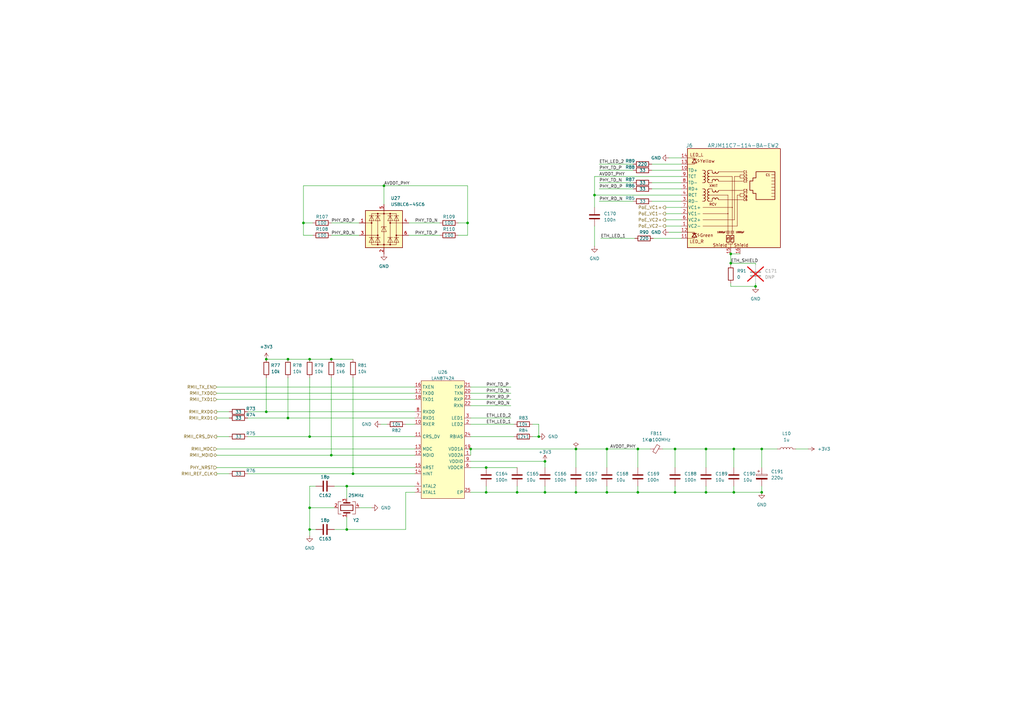
<source format=kicad_sch>
(kicad_sch (version 20230121) (generator eeschema)
  (paper "A3")
  (title_block (title "Kirdy") (date "2022-07-03") (rev "r0.1") (company "M-Labs") (comment 1 "Alex Wong Tat Hang"))
  (lib_symbols
    (symbol "Device:C" (pin_numbers hide) (pin_names (offset 0.254))
      (property "Reference" "C" (at 0.635 2.54 0))
      (property "Value" "C" (at 0.635 -2.54 0))
      (symbol "C_0_1"
        (polyline (pts (xy -2.032 -0.762) (xy 2.032 -0.762)) (stroke (width 0.508)))
        (polyline (pts (xy -2.032 0.762) (xy 2.032 0.762)) (stroke (width 0.508)))
      )
      (symbol "C_1_1"
        (pin passive line (at 0 3.81 270) (length 2.794) (name "~") (number "1"))
        (pin passive line (at 0 -3.81 90) (length 2.794) (name "~") (number "2"))
      )
    )
    (symbol "Device:C_Polarized" (pin_numbers hide) (pin_names (offset 0.254))
      (property "Reference" "C" (at 0.635 2.54 0))
      (property "Value" "C_Polarized" (at 0.635 -2.54 0))
      (symbol "C_Polarized_0_1"
        (rectangle (start -2.286 0.508) (end 2.286 1.016))
        (polyline (pts (xy -1.778 2.286) (xy -0.762 2.286)))
        (polyline (pts (xy -1.27 2.794) (xy -1.27 1.778)))
        (rectangle (start 2.286 -0.508) (end -2.286 -1.016) (fill (type outline)))
      )
      (symbol "C_Polarized_1_1"
        (pin passive line (at 0 3.81 270) (length 2.794) (name "~") (number "1"))
        (pin passive line (at 0 -3.81 90) (length 2.794) (name "~") (number "2"))
      )
    )
    (symbol "Device:Crystal_GND24" (pin_names (offset 1.016) hide)
      (property "Reference" "Y" (at 3.175 5.08 0))
      (property "Value" "Crystal_GND24" (at 3.175 3.175 0))
      (symbol "Crystal_GND24_0_1"
        (rectangle (start -1.143 2.54) (end 1.143 -2.54) (stroke (width 0.3048)))
        (polyline (pts (xy -2.54 0) (xy -2.032 0)))
        (polyline (pts (xy -2.032 -1.27) (xy -2.032 1.27)) (stroke (width 0.508)))
        (polyline (pts (xy 0 -3.81) (xy 0 -3.556)))
        (polyline (pts (xy 0 3.556) (xy 0 3.81)))
        (polyline (pts (xy 2.032 -1.27) (xy 2.032 1.27)) (stroke (width 0.508)))
        (polyline (pts (xy 2.032 0) (xy 2.54 0)))
        (polyline (pts (xy -2.54 -2.286) (xy -2.54 -3.556) (xy 2.54 -3.556) (xy 2.54 -2.286)))
        (polyline (pts (xy -2.54 2.286) (xy -2.54 3.556) (xy 2.54 3.556) (xy 2.54 2.286)))
      )
      (symbol "Crystal_GND24_1_1"
        (pin passive line (at -3.81 0 0) (length 1.27) (name "1") (number "1"))
        (pin passive line (at 0 5.08 270) (length 1.27) (name "2") (number "2"))
        (pin passive line (at 3.81 0 180) (length 1.27) (name "3") (number "3"))
        (pin passive line (at 0 -5.08 90) (length 1.27) (name "4") (number "4"))
      )
    )
    (symbol "Device:FerriteBead_Small" (pin_numbers hide) (pin_names (offset 0))
      (property "Reference" "FB" (at 1.905 1.27 0))
      (property "Value" "FerriteBead_Small" (at 1.905 -1.27 0))
      (symbol "FerriteBead_Small_0_1"
        (polyline (pts (xy 0 -1.27) (xy 0 -0.7874)))
        (polyline (pts (xy 0 0.889) (xy 0 1.2954)))
        (polyline (pts (xy -1.8288 0.2794) (xy -1.1176 1.4986) (xy 1.8288 -0.2032) (xy 1.1176 -1.4224) (xy -1.8288 0.2794)))
      )
      (symbol "FerriteBead_Small_1_1"
        (pin passive line (at 0 2.54 270) (length 1.27) (name "~") (number "1"))
        (pin passive line (at 0 -2.54 90) (length 1.27) (name "~") (number "2"))
      )
    )
    (symbol "Device:L" (pin_numbers hide) (pin_names (offset 1.016) hide)
      (property "Reference" "L" (at -1.27 0 90))
      (property "Value" "L" (at 1.905 0 90))
      (symbol "L_0_1"
        (arc (start 0 -2.54) (mid 0.6323 -1.905) (end 0 -1.27))
        (arc (start 0 -1.27) (mid 0.6323 -0.635) (end 0 0))
        (arc (start 0 0) (mid 0.6323 0.635) (end 0 1.27))
        (arc (start 0 1.27) (mid 0.6323 1.905) (end 0 2.54))
      )
      (symbol "L_1_1"
        (pin passive line (at 0 3.81 270) (length 1.27) (name "1") (number "1"))
        (pin passive line (at 0 -3.81 90) (length 1.27) (name "2") (number "2"))
      )
    )
    (symbol "Device:R" (pin_numbers hide) (pin_names (offset 0))
      (property "Reference" "R" (at 2.032 0 90))
      (property "Value" "R" (at 0 0 90))
      (symbol "R_0_1"
        (rectangle (start -1.016 -2.54) (end 1.016 2.54) (stroke (width 0.254)))
      )
      (symbol "R_1_1"
        (pin passive line (at 0 3.81 270) (length 1.27) (name "~") (number "1"))
        (pin passive line (at 0 -3.81 90) (length 1.27) (name "~") (number "2"))
      )
    )
    (symbol "Power_Protection:USBLC6-4SC6" (pin_names hide)
      (property "Reference" "U" (at 2.54 8.89 0))
      (property "Value" "USBLC6-4SC6" (at 2.54 -8.89 0))
      (symbol "USBLC6-4SC6_0_1"
        (rectangle (start -7.62 -7.62) (end 7.62 7.62) (stroke (width 0.254)) (fill (type background)))
        (circle (center -5.08 2.54) (radius 0.254) (fill (type outline)))
        (circle (center -2.54 -6.35) (radius 0.254) (fill (type outline)))
        (circle (center -2.54 -2.54) (radius 0.254) (fill (type outline)))
        (circle (center -2.54 6.35) (radius 0.254) (fill (type outline)))
        (rectangle (start -2.54 6.35) (end 2.54 -6.35))
        (circle (center 0 -6.35) (radius 0.254) (fill (type outline)))
        (polyline (pts (xy -5.08 2.54) (xy -7.62 2.54)))
        (polyline (pts (xy -4.064 -3.429) (xy -6.096 -3.429)))
        (polyline (pts (xy -4.064 5.461) (xy -6.096 5.461)))
        (polyline (pts (xy -2.54 -2.54) (xy -7.62 -2.54)))
        (polyline (pts (xy -1.524 -3.429) (xy -3.556 -3.429)))
        (polyline (pts (xy -1.524 5.461) (xy -3.556 5.461)))
        (polyline (pts (xy 0 -7.62) (xy 0 -6.35)))
        (polyline (pts (xy 0 -6.35) (xy 0 1.27)))
        (polyline (pts (xy 0 1.27) (xy 0 6.35)))
        (polyline (pts (xy 0 6.35) (xy 0 7.62)))
        (polyline (pts (xy 1.524 -3.429) (xy 3.556 -3.429)))
        (polyline (pts (xy 1.524 5.461) (xy 3.556 5.461)))
        (polyline (pts (xy 2.54 2.54) (xy 7.62 2.54)))
        (polyline (pts (xy 4.064 -3.429) (xy 6.096 -3.429)))
        (polyline (pts (xy 4.064 5.461) (xy 6.096 5.461)))
        (polyline (pts (xy 5.08 -2.54) (xy 7.62 -2.54)))
        (polyline (pts (xy -6.096 -5.461) (xy -4.064 -5.461) (xy -5.08 -3.429) (xy -6.096 -5.461)))
        (polyline (pts (xy -6.096 3.429) (xy -4.064 3.429) (xy -5.08 5.461) (xy -6.096 3.429)))
        (polyline (pts (xy -3.556 -5.461) (xy -1.524 -5.461) (xy -2.54 -3.429) (xy -3.556 -5.461)))
        (polyline (pts (xy -3.556 3.429) (xy -1.524 3.429) (xy -2.54 5.461) (xy -3.556 3.429)))
        (polyline (pts (xy -2.54 6.35) (xy -5.08 6.35) (xy -5.08 -6.35) (xy -2.54 -6.35)))
        (polyline (pts (xy -1.016 -1.016) (xy 1.016 -1.016) (xy 0 1.016) (xy -1.016 -1.016)))
        (polyline (pts (xy 1.016 1.016) (xy 0.762 1.016) (xy -1.016 1.016) (xy -1.016 0.508)))
        (polyline (pts (xy 2.54 6.35) (xy 5.08 6.35) (xy 5.08 -6.35) (xy 2.54 -6.35)))
        (polyline (pts (xy 3.556 -5.461) (xy 1.524 -5.461) (xy 2.54 -3.429) (xy 3.556 -5.461)))
        (polyline (pts (xy 3.556 3.429) (xy 1.524 3.429) (xy 2.54 5.461) (xy 3.556 3.429)))
        (polyline (pts (xy 6.096 -5.461) (xy 4.064 -5.461) (xy 5.08 -3.429) (xy 6.096 -5.461)))
        (polyline (pts (xy 6.096 3.429) (xy 4.064 3.429) (xy 5.08 5.461) (xy 6.096 3.429)))
        (circle (center 0 6.35) (radius 0.254) (fill (type outline)))
        (circle (center 2.54 -6.35) (radius 0.254) (fill (type outline)))
        (circle (center 2.54 2.54) (radius 0.254) (fill (type outline)))
        (circle (center 2.54 6.35) (radius 0.254) (fill (type outline)))
        (circle (center 5.08 -2.54) (radius 0.254) (fill (type outline)))
      )
      (symbol "USBLC6-4SC6_1_1"
        (pin passive line (at -10.16 2.54 0) (length 2.54) (name "I/O1") (number "1"))
        (pin passive line (at 0 -10.16 90) (length 2.54) (name "GND") (number "2"))
        (pin passive line (at -10.16 -2.54 0) (length 2.54) (name "I/O2") (number "3"))
        (pin passive line (at 10.16 2.54 180) (length 2.54) (name "I/O3") (number "4"))
        (pin passive line (at 0 10.16 270) (length 2.54) (name "VBUS") (number "5"))
        (pin passive line (at 10.16 -2.54 180) (length 2.54) (name "I/O4") (number "6"))
      )
    )
    (symbol "kirdy:LAN8742A"
      (property "Reference" "U" (at 0 -30.48 0))
      (property "Value" "LAN8742A" (at 0 -27.94 0))
      (symbol "LAN8742A_0_0"
        (pin power_in line (at 10.16 -7.62 180) (length 2.54) (name "VDD2A") (number "1"))
        (pin bidirectional line (at -12.7 5.08 0) (length 2.54) (name "RXER") (number "10"))
        (pin output line (at -12.7 0 0) (length 2.54) (name "CRS_DV") (number "11"))
        (pin bidirectional line (at -12.7 -7.62 0) (length 2.54) (name "MDIO") (number "12"))
        (pin input line (at -12.7 -5.08 0) (length 2.54) (name "MDC") (number "13"))
        (pin output line (at -12.7 -15.24 0) (length 2.54) (name "nINT") (number "14"))
        (pin input line (at -12.7 -12.7 0) (length 2.54) (name "nRST") (number "15"))
        (pin input line (at -12.7 20.32 0) (length 2.54) (name "TXEN") (number "16"))
        (pin input line (at -12.7 17.78 0) (length 2.54) (name "TXD0") (number "17"))
        (pin input line (at -12.7 15.24 0) (length 2.54) (name "TXD1") (number "18"))
        (pin power_in line (at 10.16 -5.08 180) (length 2.54) (name "VDD1A") (number "19"))
        (pin output line (at 10.16 5.08 180) (length 2.54) (name "LED2") (number "2"))
        (pin bidirectional line (at 10.16 17.78 180) (length 2.54) (name "TXN") (number "20"))
        (pin bidirectional line (at 10.16 20.32 180) (length 2.54) (name "TXP") (number "21"))
        (pin bidirectional line (at 10.16 12.7 180) (length 2.54) (name "RXN") (number "22"))
        (pin bidirectional line (at 10.16 15.24 180) (length 2.54) (name "RXP") (number "23"))
        (pin passive line (at 10.16 0 180) (length 2.54) (name "RBIAS") (number "24"))
        (pin power_in line (at 10.16 -22.86 180) (length 2.54) (name "EP") (number "25"))
        (pin output line (at 10.16 7.62 180) (length 2.54) (name "LED1") (number "3"))
        (pin input line (at -12.7 -20.32 0) (length 2.54) (name "XTAL2") (number "4"))
        (pin input line (at -12.7 -22.86 0) (length 2.54) (name "XTAL1") (number "5"))
        (pin passive line (at 10.16 -12.7 180) (length 2.54) (name "VDDCR") (number "6"))
        (pin output line (at -12.7 7.62 0) (length 2.54) (name "RXD1") (number "7"))
        (pin output line (at -12.7 10.16 0) (length 2.54) (name "RXD0") (number "8"))
        (pin power_in line (at 10.16 -10.16 180) (length 2.54) (name "VDDIO") (number "9"))
      )
      (symbol "LAN8742A_0_1"
        (rectangle (start -10.16 22.86) (end 7.62 -25.4) (fill (type background)))
      )
    )
    (symbol "kirdy:RJ45_ARJM11C7-114-BA-EW2" (pin_names (offset 0.254))
      (property "Reference" "J" (at 1.27 1.27 0))
      (property "Value" "ARJM11C7-114-BA-EW2" (at 24.13 1.27 0))
      (symbol "RJ45_ARJM11C7-114-BA-EW2_0_0"
        (polyline (pts (xy 17.272 -34.544) (xy 16.002 -34.544)) (stroke (width 0.254)))
        (polyline (pts (xy 17.272 -33.909) (xy 16.002 -33.909)) (stroke (width 0.254)))
        (polyline (pts (xy 19.05 -34.544) (xy 17.78 -34.544)) (stroke (width 0.254)))
        (polyline (pts (xy 19.05 -33.909) (xy 17.78 -33.909)) (stroke (width 0.254)))
        (polyline (pts (xy 0 -36.83) (xy 2.921 -36.83) (xy 2.921 -36.322)))
        (polyline (pts (xy 0 -6.35) (xy 2.921 -6.35) (xy 2.921 -5.842)))
        (polyline (pts (xy 2.921 -34.925) (xy 2.921 -34.29) (xy 0 -34.29)))
        (polyline (pts (xy 2.921 -4.445) (xy 2.921 -3.81) (xy 0 -3.81)))
        (polyline (pts (xy 16.637 -38.481) (xy 16.637 -39.116) (xy 18.542 -39.116) (xy 18.542 -38.481)))
        (text "C1" (at 23.749 -9.525 0) (effects (font (size 0.889 0.889))))
        (text "C1" (at 33.02 -10.795 0) (effects (font (size 0.889 0.889))))
        (text "C2" (at 23.749 -13.335 0) (effects (font (size 0.889 0.889))))
        (text "C3" (at 23.749 -17.145 0) (effects (font (size 0.889 0.889))))
        (text "C4" (at 23.749 -10.795 0) (effects (font (size 0.889 0.889))))
        (text "C5" (at 23.749 -12.065 0) (effects (font (size 0.889 0.889))))
        (text "C6" (at 23.749 -20.955 0) (effects (font (size 0.889 0.889))))
        (text "C7" (at 23.749 -18.415 0) (effects (font (size 0.889 0.889))))
        (text "C8" (at 23.749 -19.685 0) (effects (font (size 0.889 0.889))))
        (text "RCV" (at 8.89 -22.86 0) (effects (font (size 1.016 1.016)) (justify left)))
        (text "XMIT" (at 8.89 -15.24 0) (effects (font (size 1.016 1.016)) (justify left)))
      )
      (symbol "RJ45_ARJM11C7-114-BA-EW2_0_1"
        (polyline (pts (xy 6.35 -31.75) (xy 20.447 -31.75)))
        (polyline (pts (xy 6.35 -29.21) (xy 19.304 -29.21)))
        (polyline (pts (xy 6.35 -26.67) (xy 16.637 -26.67)))
        (polyline (pts (xy 6.35 -24.13) (xy 18.415 -24.13)))
        (polyline (pts (xy 6.7337 -21.59) (xy 6.0987 -21.59)))
        (polyline (pts (xy 6.7337 -19.05) (xy 6.0987 -19.05)))
        (polyline (pts (xy 6.7337 -16.51) (xy 6.0987 -16.51)))
        (polyline (pts (xy 6.7337 -13.97) (xy 6.0987 -13.97)))
        (polyline (pts (xy 6.7337 -11.43) (xy 6.0987 -11.43)))
        (polyline (pts (xy 6.7337 -8.89) (xy 6.0987 -8.89)))
        (polyline (pts (xy 12.7 -20.955) (xy 22.733 -20.955)))
        (polyline (pts (xy 12.7 -13.335) (xy 22.733 -13.335)))
        (polyline (pts (xy 12.7 -9.525) (xy 22.733 -9.525)))
        (polyline (pts (xy 12.827 -17.145) (xy 22.733 -17.145)))
        (polyline (pts (xy 16.637 -35.433) (xy 16.637 -34.671)))
        (polyline (pts (xy 16.637 -33.909) (xy 16.637 -19.05)))
        (polyline (pts (xy 16.637 -19.05) (xy 8.89 -19.05)))
        (polyline (pts (xy 18.415 -35.433) (xy 18.415 -34.671)))
        (polyline (pts (xy 18.415 -33.909) (xy 18.415 -11.43)))
        (polyline (pts (xy 18.415 -24.13) (xy 18.415 -24.13)))
        (polyline (pts (xy 18.415 -11.43) (xy 8.89 -11.43)))
        (polyline (pts (xy 19.304 -11.43) (xy 19.304 -29.21)))
        (polyline (pts (xy 20.447 -19.05) (xy 20.447 -31.75)))
        (polyline (pts (xy 21.59 -19.685) (xy 21.59 -18.415)))
        (polyline (pts (xy 21.59 -19.05) (xy 20.447 -19.05)))
        (polyline (pts (xy 21.59 -12.065) (xy 21.59 -10.795)))
        (polyline (pts (xy 21.59 -11.43) (xy 19.304 -11.43)))
        (polyline (pts (xy 22.733 -19.685) (xy 21.59 -19.685)))
        (polyline (pts (xy 22.733 -18.415) (xy 21.59 -18.415)))
        (polyline (pts (xy 22.733 -12.065) (xy 21.59 -12.065)))
        (polyline (pts (xy 22.733 -10.795) (xy 21.59 -10.795)))
        (polyline (pts (xy 34.4805 -19.6215) (xy 35.7505 -19.6215)))
        (polyline (pts (xy 34.4805 -18.3515) (xy 35.7505 -18.3515)))
        (polyline (pts (xy 34.4805 -10.7315) (xy 35.7505 -10.7315)))
        (polyline (pts (xy 35.7505 -17.0815) (xy 34.4805 -17.0815)))
        (polyline (pts (xy 35.7505 -15.8115) (xy 34.4805 -15.8115)))
        (polyline (pts (xy 35.7505 -14.5415) (xy 34.4805 -14.5415)))
        (polyline (pts (xy 35.7505 -13.2715) (xy 34.4805 -13.2715)))
        (polyline (pts (xy 35.7505 -12.0015) (xy 34.4805 -12.0015)))
        (polyline (pts (xy 8.89 -16.51) (xy 10.16 -16.51) (xy 10.16 -17.145)))
        (polyline (pts (xy 8.89 -8.89) (xy 10.16 -8.89) (xy 10.16 -9.525)))
        (polyline (pts (xy 10.16 -20.955) (xy 10.16 -21.59) (xy 8.89 -21.59)))
        (polyline (pts (xy 10.16 -13.335) (xy 10.16 -13.97) (xy 8.89 -13.97)))
        (rectangle (start 0 0) (end 38.1 -40.64) (stroke (width 0.254)) (fill (type background)))
        (circle (center 16.637 -26.67) (radius 0.127))
        (circle (center 18.415 -24.13) (radius 0.127))
      )
      (symbol "RJ45_ARJM11C7-114-BA-EW2_1_0"
        (text "1000pF" (at 13.97 -34.29 0) (effects (font (size 0.635 0.635))))
        (text "1000pF" (at 21.59 -34.29 0) (effects (font (size 0.635 0.635))))
      )
      (symbol "RJ45_ARJM11C7-114-BA-EW2_1_1"
        (polyline (pts (xy 3.6576 -34.798) (xy 2.1336 -34.798)) (stroke (width 0.254)))
        (polyline (pts (xy 3.683 -34.798) (xy 2.159 -34.798)) (stroke (width 0.254)))
        (polyline (pts (xy 3.683 -4.318) (xy 2.159 -4.318)) (stroke (width 0.254)))
        (polyline (pts (xy 4.5466 -34.925) (xy 4.5466 -35.179)))
        (polyline (pts (xy 4.572 -4.445) (xy 4.572 -4.699)))
        (polyline (pts (xy 4.8006 -35.56) (xy 4.8006 -35.814)))
        (polyline (pts (xy 4.826 -5.08) (xy 4.826 -5.334)))
        (polyline (pts (xy 17.8054 -40.64) (xy 17.8054 -39.116)))
        (polyline (pts (xy 4.0386 -35.433) (xy 4.5466 -34.925) (xy 4.2926 -34.925)))
        (polyline (pts (xy 4.064 -4.953) (xy 4.572 -4.445) (xy 4.318 -4.445)))
        (polyline (pts (xy 4.2926 -36.068) (xy 4.8006 -35.56) (xy 4.5466 -35.56)))
        (polyline (pts (xy 4.318 -5.588) (xy 4.826 -5.08) (xy 4.572 -5.08)))
        (polyline (pts (xy 3.7846 -36.322) (xy 1.8796 -36.322) (xy 2.8956 -34.798) (xy 3.7846 -36.322)) (stroke (width 0.254)))
        (polyline (pts (xy 3.81 -36.322) (xy 1.905 -36.322) (xy 2.921 -34.798) (xy 3.81 -36.322)) (stroke (width 0.254)))
        (polyline (pts (xy 3.81 -5.842) (xy 1.905 -5.842) (xy 2.921 -4.318) (xy 3.81 -5.842)) (stroke (width 0.254)))
        (polyline (pts (xy 35.8775 -9.4615) (xy 35.8775 -20.8915) (xy 28.1305 -20.8915) (xy 28.1305 -18.3515) (xy 26.8605 -18.3515) (xy 26.8605 -17.0815) (xy 25.5905 -17.0815) (xy 25.5905 -13.2715) (xy 26.8605 -13.2715) (xy 26.8605 -12.0015) (xy 28.1305 -12.0015) (xy 28.1305 -9.4615) (xy 35.8775 -9.4615)) (stroke (width 0.254)))
        (arc (start 6.7337 -17.78) (mid 7.366 -17.145) (end 6.7337 -16.51) (stroke (width 0.254)))
        (arc (start 6.7364 -21.59) (mid 7.3687 -20.955) (end 6.7364 -20.32) (stroke (width 0.254)))
        (arc (start 6.7364 -20.32) (mid 7.3687 -19.685) (end 6.7364 -19.05) (stroke (width 0.254)))
        (arc (start 6.7364 -19.05) (mid 7.3687 -18.415) (end 6.7364 -17.78) (stroke (width 0.254)))
        (arc (start 6.7364 -10.16) (mid 7.3687 -9.525) (end 6.7364 -8.89) (stroke (width 0.254)))
        (arc (start 6.7391 -13.97) (mid 7.3714 -13.335) (end 6.7391 -12.7) (stroke (width 0.254)))
        (arc (start 6.7391 -12.7) (mid 7.3714 -12.065) (end 6.7391 -11.43) (stroke (width 0.254)))
        (arc (start 6.7391 -11.43) (mid 7.3714 -10.795) (end 6.7391 -10.16) (stroke (width 0.254)))
        (arc (start 8.8846 -19.05) (mid 8.2523 -19.685) (end 8.8846 -20.32) (stroke (width 0.254)))
        (arc (start 8.8846 -17.78) (mid 8.2523 -18.415) (end 8.8846 -19.05) (stroke (width 0.254)))
        (arc (start 8.8846 -16.51) (mid 8.2523 -17.145) (end 8.8846 -17.78) (stroke (width 0.254)))
        (arc (start 8.8846 -11.43) (mid 8.2523 -12.065) (end 8.8846 -12.7) (stroke (width 0.254)))
        (arc (start 8.8846 -10.16) (mid 8.2523 -10.795) (end 8.8846 -11.43) (stroke (width 0.254)))
        (arc (start 8.8846 -8.89) (mid 8.2523 -9.525) (end 8.8846 -10.16) (stroke (width 0.254)))
        (arc (start 8.8873 -20.32) (mid 8.255 -20.955) (end 8.8873 -21.59) (stroke (width 0.254)))
        (arc (start 8.8873 -12.7) (mid 8.255 -13.335) (end 8.8873 -13.97) (stroke (width 0.254)))
        (arc (start 10.16 -9.5277) (mid 10.795 -10.16) (end 11.43 -9.5277) (stroke (width 0.254)))
        (arc (start 10.2235 -17.2112) (mid 10.8585 -17.8435) (end 11.4935 -17.2112) (stroke (width 0.254)))
        (arc (start 11.43 -20.8253) (mid 10.795 -20.193) (end 10.16 -20.8253) (stroke (width 0.254)))
        (arc (start 11.43 -13.2053) (mid 10.795 -12.573) (end 10.16 -13.2053) (stroke (width 0.254)))
        (arc (start 11.43 -9.525) (mid 12.065 -10.1573) (end 12.7 -9.525) (stroke (width 0.254)))
        (arc (start 11.4935 -17.2085) (mid 12.1285 -17.8408) (end 12.7635 -17.2085) (stroke (width 0.254)))
        (arc (start 12.7 -20.8226) (mid 12.065 -20.1903) (end 11.43 -20.8226) (stroke (width 0.254)))
        (arc (start 12.7 -13.2026) (mid 12.065 -12.5703) (end 11.43 -13.2026) (stroke (width 0.254)))
        (rectangle (start 16.002 -38.354) (end 17.272 -35.56) (stroke (width 0.254)))
        (rectangle (start 17.78 -38.354) (end 19.05 -35.56) (stroke (width 0.254)))
        (text "75" (at 16.637 -36.957 900) (effects (font (size 0.635 0.635))))
        (text "75" (at 18.415 -36.957 900) (effects (font (size 0.635 0.635))))
        (text "Green" (at 5.08 -35.56 0) (effects (font (size 1.27 1.27)) (justify left)))
        (text "LED_L" (at 3.81 -2.54 0) (effects (font (size 1.27 1.27))))
        (text "LED_R" (at 3.81 -38.1 0) (effects (font (size 1.27 1.27))))
        (text "Shield" (at 13.3858 -39.5986 0) (effects (font (size 1.27 1.27))))
        (text "Shield" (at 22.0218 -39.5986 0) (effects (font (size 1.27 1.27))))
        (text "Yellow" (at 5.08 -5.08 0) (effects (font (size 1.27 1.27)) (justify left)))
        (pin power_in line (at -2.54 -31.75 0) (length 2.54) (name "VC2-") (number "1"))
        (pin passive line (at -2.54 -8.89 0) (length 2.54) (name "TD+") (number "10"))
        (pin passive line (at -2.54 -36.83 0) (length 2.54) (name "") (number "11"))
        (pin passive line (at -2.54 -34.29 0) (length 2.54) (name "") (number "12"))
        (pin passive line (at -2.54 -6.35 0) (length 2.54) (name "") (number "13"))
        (pin passive line (at -2.54 -3.81 0) (length 2.54) (name "") (number "14"))
        (pin passive line (at 17.78 -43.18 90) (length 2.54) (name "") (number "15"))
        (pin passive line (at 21.59 -43.18 90) (length 2.54) (name "") (number "16"))
        (pin power_in line (at -2.54 -26.67 0) (length 2.54) (name "VC1-") (number "2"))
        (pin passive line (at -2.54 -21.59 0) (length 2.54) (name "RD-") (number "3"))
        (pin passive line (at -2.54 -19.05 0) (length 2.54) (name "RCT") (number "4"))
        (pin passive line (at -2.54 -16.51 0) (length 2.54) (name "RD+") (number "5"))
        (pin power_in line (at -2.54 -29.21 0) (length 2.54) (name "VC2+") (number "6"))
        (pin power_in line (at -2.54 -24.13 0) (length 2.54) (name "VC1+") (number "7"))
        (pin no_connect line (at 22.86 -13.97 180) (length 0) hide (name "NC") (number "8"))
        (pin passive line (at -2.54 -13.97 0) (length 2.54) (name "TD-") (number "8"))
        (pin passive line (at -2.54 -11.43 0) (length 2.54) (name "TCT") (number "9"))
      )
    )
    (symbol "power:+3V3" (power) (pin_names (offset 0))
      (property "Value" "+3V3" (at 0 3.556 0))
      (symbol "+3V3_0_1"
        (polyline (pts (xy -0.762 1.27) (xy 0 2.54)))
        (polyline (pts (xy 0 0) (xy 0 2.54)))
        (polyline (pts (xy 0 2.54) (xy 0.762 1.27)))
      )
      (symbol "+3V3_1_1"
        (pin power_in line (at 0 0 90) (length 0) hide (name "+3V3") (number "1"))
      )
    )
    (symbol "power:GND" (power) (pin_names (offset 0))
      (property "Value" "GND" (at 0 -3.81 0))
      (symbol "GND_0_1"
        (polyline (pts (xy 0 0) (xy 0 -1.27) (xy 1.27 -1.27) (xy 0 -2.54) (xy -1.27 -1.27) (xy 0 -1.27)))
      )
      (symbol "GND_1_1"
        (pin power_in line (at 0 0 270) (length 0) hide (name "GND") (number "1"))
      )
    )
    (symbol "power:PWR_FLAG" (power) (pin_numbers hide) (pin_names (offset 0) hide)
      (property "Value" "PWR_FLAG" (at 0 3.81 0))
      (symbol "PWR_FLAG_0_0"
        (pin power_out line (at 0 0 90) (length 0) (name "pwr") (number "1"))
      )
      (symbol "PWR_FLAG_0_1"
        (polyline (pts (xy 0 0) (xy 0 1.27) (xy -1.016 1.905) (xy 0 2.54) (xy 1.016 1.905) (xy 0 1.27)))
      )
    )
  )
  (junction (at 312.42 184.15))
  (junction (at 223.52 201.93))
  (junction (at 127 217.17))
  (junction (at 157.48 76.2))
  (junction (at 109.22 168.91))
  (junction (at 300.99 201.93))
  (junction (at 135.89 147.32))
  (junction (at 191.77 91.44))
  (junction (at 300.99 184.15))
  (junction (at 236.22 184.15))
  (junction (at 135.89 186.69))
  (junction (at 212.09 201.93))
  (junction (at 248.92 184.15))
  (junction (at 127 147.32))
  (junction (at 109.22 147.32))
  (junction (at 289.56 184.15))
  (junction (at 118.11 171.45))
  (junction (at 144.78 194.31))
  (junction (at 312.42 201.93))
  (junction (at 220.98 179.07))
  (junction (at 309.88 117.475))
  (junction (at 236.22 201.93))
  (junction (at 276.86 201.93))
  (junction (at 199.39 201.93))
  (junction (at 127 208.28))
  (junction (at 261.62 201.93))
  (junction (at 142.24 217.17))
  (junction (at 199.39 191.77))
  (junction (at 299.72 107.95))
  (junction (at 276.86 184.15))
  (junction (at 243.84 80.01))
  (junction (at 127 179.07))
  (junction (at 261.62 184.15))
  (junction (at 248.92 201.93))
  (junction (at 223.52 189.23))
  (junction (at 124.46 91.44))
  (junction (at 118.11 147.32))
  (junction (at 142.24 199.39))
  (junction (at 193.04 184.15))
  (junction (at 289.56 201.93))
  (junction (at 299.72 104.14))
  (wire (pts (xy 127 147.32) (xy 135.89 147.32)))
  (wire (pts (xy 289.56 184.15) (xy 300.99 184.15)))
  (wire (pts (xy 273.05 92.71) (xy 279.4 92.71)))
  (wire (pts (xy 276.86 184.15) (xy 289.56 184.15)))
  (wire (pts (xy 88.9 186.69) (xy 135.89 186.69)))
  (wire (pts (xy 212.09 199.39) (xy 212.09 201.93)))
  (wire (pts (xy 273.05 90.17) (xy 279.4 90.17)))
  (wire (pts (xy 246.38 97.79) (xy 260.35 97.79)))
  (wire (pts (xy 191.77 91.44) (xy 187.96 91.44)))
  (wire (pts (xy 124.46 76.2) (xy 157.48 76.2)))
  (wire (pts (xy 236.22 199.39) (xy 236.22 201.93)))
  (wire (pts (xy 245.745 77.47) (xy 259.715 77.47)))
  (wire (pts (xy 193.04 179.07) (xy 210.82 179.07)))
  (wire (pts (xy 220.98 173.99) (xy 220.98 179.07)))
  (wire (pts (xy 191.77 91.44) (xy 191.77 76.2)))
  (wire (pts (xy 193.04 166.37) (xy 209.55 166.37)))
  (wire (pts (xy 88.9 168.91) (xy 93.98 168.91)))
  (wire (pts (xy 191.77 96.52) (xy 187.96 96.52)))
  (wire (pts (xy 236.22 201.93) (xy 248.92 201.93)))
  (wire (pts (xy 245.745 69.85) (xy 259.715 69.85)))
  (wire (pts (xy 109.22 154.94) (xy 109.22 168.91)))
  (wire (pts (xy 88.9 171.45) (xy 93.98 171.45)))
  (wire (pts (xy 243.84 72.39) (xy 243.84 80.01)))
  (wire (pts (xy 245.745 82.55) (xy 259.715 82.55)))
  (wire (pts (xy 135.89 96.52) (xy 147.32 96.52)))
  (wire (pts (xy 127 154.94) (xy 127 179.07)))
  (wire (pts (xy 300.99 199.39) (xy 300.99 201.93)))
  (wire (pts (xy 326.39 184.15) (xy 331.47 184.15)))
  (wire (pts (xy 289.56 201.93) (xy 276.86 201.93)))
  (wire (pts (xy 127 208.28) (xy 137.16 208.28)))
  (wire (pts (xy 166.37 201.93) (xy 170.18 201.93)))
  (wire (pts (xy 273.05 85.09) (xy 279.4 85.09)))
  (wire (pts (xy 309.88 116.205) (xy 309.88 117.475)))
  (wire (pts (xy 137.16 217.17) (xy 142.24 217.17)))
  (wire (pts (xy 312.42 199.39) (xy 312.42 201.93)))
  (wire (pts (xy 267.97 97.79) (xy 279.4 97.79)))
  (wire (pts (xy 127 208.28) (xy 127 199.39)))
  (wire (pts (xy 312.42 184.15) (xy 312.42 191.77)))
  (wire (pts (xy 135.89 91.44) (xy 147.32 91.44)))
  (wire (pts (xy 199.39 191.77) (xy 212.09 191.77)))
  (wire (pts (xy 142.24 199.39) (xy 170.18 199.39)))
  (wire (pts (xy 144.78 194.31) (xy 170.18 194.31)))
  (wire (pts (xy 193.04 184.15) (xy 193.04 186.69)))
  (wire (pts (xy 147.32 208.28) (xy 152.4 208.28)))
  (wire (pts (xy 261.62 184.15) (xy 261.62 191.77)))
  (wire (pts (xy 199.39 201.93) (xy 212.09 201.93)))
  (wire (pts (xy 289.56 199.39) (xy 289.56 201.93)))
  (wire (pts (xy 223.52 201.93) (xy 236.22 201.93)))
  (wire (pts (xy 267.335 67.31) (xy 279.4 67.31)))
  (wire (pts (xy 118.11 171.45) (xy 170.18 171.45)))
  (wire (pts (xy 248.92 199.39) (xy 248.92 201.93)))
  (wire (pts (xy 88.9 194.31) (xy 93.98 194.31)))
  (wire (pts (xy 101.6 179.07) (xy 127 179.07)))
  (wire (pts (xy 218.44 179.07) (xy 220.98 179.07)))
  (wire (pts (xy 127 219.71) (xy 127 217.17)))
  (wire (pts (xy 261.62 201.93) (xy 261.62 199.39)))
  (wire (pts (xy 193.04 158.75) (xy 209.55 158.75)))
  (wire (pts (xy 261.62 184.15) (xy 266.7 184.15)))
  (wire (pts (xy 88.9 184.15) (xy 170.18 184.15)))
  (wire (pts (xy 223.52 199.39) (xy 223.52 201.93)))
  (wire (pts (xy 248.92 184.15) (xy 261.62 184.15)))
  (wire (pts (xy 193.04 184.15) (xy 236.22 184.15)))
  (wire (pts (xy 274.32 64.77) (xy 279.4 64.77)))
  (wire (pts (xy 144.78 154.94) (xy 144.78 194.31)))
  (wire (pts (xy 88.9 179.07) (xy 93.98 179.07)))
  (wire (pts (xy 193.04 191.77) (xy 199.39 191.77)))
  (wire (pts (xy 88.9 191.77) (xy 170.18 191.77)))
  (wire (pts (xy 157.48 76.2) (xy 191.77 76.2)))
  (wire (pts (xy 276.86 184.15) (xy 276.86 191.77)))
  (wire (pts (xy 88.9 158.75) (xy 170.18 158.75)))
  (wire (pts (xy 193.04 201.93) (xy 199.39 201.93)))
  (wire (pts (xy 166.37 173.99) (xy 170.18 173.99)))
  (wire (pts (xy 193.04 173.99) (xy 210.82 173.99)))
  (wire (pts (xy 127 217.17) (xy 129.54 217.17)))
  (wire (pts (xy 218.44 173.99) (xy 220.98 173.99)))
  (wire (pts (xy 289.56 184.15) (xy 289.56 191.77)))
  (wire (pts (xy 309.88 107.95) (xy 309.88 108.585)))
  (wire (pts (xy 167.64 91.44) (xy 180.34 91.44)))
  (wire (pts (xy 299.72 107.95) (xy 309.88 107.95)))
  (wire (pts (xy 274.32 95.25) (xy 279.4 95.25)))
  (wire (pts (xy 312.42 201.93) (xy 300.99 201.93)))
  (wire (pts (xy 243.84 100.965) (xy 243.84 92.71)))
  (wire (pts (xy 118.11 147.32) (xy 127 147.32)))
  (wire (pts (xy 167.64 96.52) (xy 180.34 96.52)))
  (wire (pts (xy 243.84 80.01) (xy 279.4 80.01)))
  (wire (pts (xy 127 199.39) (xy 129.54 199.39)))
  (wire (pts (xy 267.335 74.93) (xy 279.4 74.93)))
  (wire (pts (xy 124.46 91.44) (xy 124.46 96.52)))
  (wire (pts (xy 299.72 104.14) (xy 299.72 107.95)))
  (wire (pts (xy 109.22 168.91) (xy 170.18 168.91)))
  (wire (pts (xy 142.24 217.17) (xy 166.37 217.17)))
  (wire (pts (xy 299.72 104.14) (xy 303.53 104.14)))
  (wire (pts (xy 299.72 117.475) (xy 309.88 117.475)))
  (wire (pts (xy 191.77 91.44) (xy 191.77 96.52)))
  (wire (pts (xy 118.11 154.94) (xy 118.11 171.45)))
  (wire (pts (xy 300.99 201.93) (xy 289.56 201.93)))
  (wire (pts (xy 124.46 91.44) (xy 124.46 76.2)))
  (wire (pts (xy 273.05 87.63) (xy 279.4 87.63)))
  (wire (pts (xy 267.335 69.85) (xy 279.4 69.85)))
  (wire (pts (xy 276.86 199.39) (xy 276.86 201.93)))
  (wire (pts (xy 127 217.17) (xy 127 208.28)))
  (wire (pts (xy 243.84 72.39) (xy 279.4 72.39)))
  (wire (pts (xy 193.04 189.23) (xy 223.52 189.23)))
  (wire (pts (xy 135.89 186.69) (xy 170.18 186.69)))
  (wire (pts (xy 124.46 91.44) (xy 128.27 91.44)))
  (wire (pts (xy 142.24 204.47) (xy 142.24 199.39)))
  (wire (pts (xy 127 179.07) (xy 170.18 179.07)))
  (wire (pts (xy 243.84 80.01) (xy 243.84 85.09)))
  (wire (pts (xy 300.99 184.15) (xy 300.99 191.77)))
  (wire (pts (xy 236.22 184.15) (xy 236.22 191.77)))
  (wire (pts (xy 88.9 163.83) (xy 170.18 163.83)))
  (wire (pts (xy 245.745 74.93) (xy 259.715 74.93)))
  (wire (pts (xy 124.46 96.52) (xy 128.27 96.52)))
  (wire (pts (xy 276.86 201.93) (xy 261.62 201.93)))
  (wire (pts (xy 248.92 184.15) (xy 248.92 191.77)))
  (wire (pts (xy 135.89 147.32) (xy 144.78 147.32)))
  (wire (pts (xy 142.24 212.09) (xy 142.24 217.17)))
  (wire (pts (xy 300.99 184.15) (xy 312.42 184.15)))
  (wire (pts (xy 166.37 217.17) (xy 166.37 201.93)))
  (wire (pts (xy 193.04 171.45) (xy 209.55 171.45)))
  (wire (pts (xy 271.78 184.15) (xy 276.86 184.15)))
  (wire (pts (xy 312.42 184.15) (xy 318.77 184.15)))
  (wire (pts (xy 101.6 168.91) (xy 109.22 168.91)))
  (wire (pts (xy 101.6 171.45) (xy 118.11 171.45)))
  (wire (pts (xy 212.09 201.93) (xy 223.52 201.93)))
  (wire (pts (xy 299.72 116.205) (xy 299.72 117.475)))
  (wire (pts (xy 193.04 161.29) (xy 209.55 161.29)))
  (wire (pts (xy 236.22 184.15) (xy 248.92 184.15)))
  (wire (pts (xy 267.335 77.47) (xy 279.4 77.47)))
  (wire (pts (xy 193.04 163.83) (xy 209.55 163.83)))
  (wire (pts (xy 267.335 82.55) (xy 279.4 82.55)))
  (wire (pts (xy 245.745 67.31) (xy 259.715 67.31)))
  (wire (pts (xy 101.6 194.31) (xy 144.78 194.31)))
  (wire (pts (xy 137.16 199.39) (xy 142.24 199.39)))
  (wire (pts (xy 157.48 76.2) (xy 157.48 83.82)))
  (wire (pts (xy 248.92 201.93) (xy 261.62 201.93)))
  (wire (pts (xy 109.22 147.32) (xy 118.11 147.32)))
  (wire (pts (xy 299.72 107.95) (xy 299.72 108.585)))
  (wire (pts (xy 135.89 154.94) (xy 135.89 186.69)))
  (wire (pts (xy 223.52 189.23) (xy 223.52 191.77)))
  (wire (pts (xy 199.39 199.39) (xy 199.39 201.93)))
  (wire (pts (xy 156.21 173.99) (xy 158.75 173.99)))
  (wire (pts (xy 88.9 161.29) (xy 170.18 161.29)))
  (label "PHY_TD_P" (at 199.39 158.75 0))
  (label "ETH_LED_2" (at 245.745 67.31 0))
  (label "PHY_RD_P" (at 245.745 77.47 0))
  (label "AVDDT_PHY" (at 157.48 76.2 0))
  (label "PHY_TD_P" (at 245.745 69.85 0))
  (label "PHY_TD_N" (at 199.39 161.29 0))
  (label "PHY_RD_P" (at 199.39 163.83 0))
  (label "PHY_TD_N" (at 170.18 91.44 0))
  (label "PHY_RD_N" (at 199.39 166.37 0))
  (label "ETH_LED_2" (at 199.39 171.45 0))
  (label "AVDDT_PHY" (at 245.745 72.39 0))
  (label "PHY_RD_N" (at 245.745 82.55 0))
  (label "PHY_TD_N" (at 245.745 74.93 0))
  (label "PHY_RD_P" (at 135.89 91.44 0))
  (label "AVDDT_PHY" (at 250.19 184.15 0))
  (label "ETH_LED_1" (at 246.38 97.79 0))
  (label "PHY_RD_N" (at 135.89 96.52 0))
  (label "ETH_LED_1" (at 199.39 173.99 0))
  (label "PHY_TD_P" (at 170.18 96.52 0))
  (label "ETH_SHIELD" (at 299.72 107.95 0))
  (hierarchical_label "RMII_MDC" (shape input) (at 88.9 184.15 180))
  (hierarchical_label "RMII_TXD1" (shape input) (at 88.9 163.83 180))
  (hierarchical_label "RMII_RXD1" (shape output) (at 88.9 171.45 180))
  (hierarchical_label "RMII_RXD0" (shape output) (at 88.9 168.91 180))
  (hierarchical_label "PoE_VC1+" (shape output) (at 273.05 85.09 180))
  (hierarchical_label "RMII_CRS_DV" (shape output) (at 88.9 179.07 180))
  (hierarchical_label "RMII_MDIO" (shape bidirectional) (at 88.9 186.69 180))
  (hierarchical_label "RMII_REF_CLK" (shape output) (at 88.9 194.31 180))
  (hierarchical_label "PoE_VC2+" (shape output) (at 273.05 90.17 180))
  (hierarchical_label "PoE_VC2-" (shape output) (at 273.05 92.71 180))
  (hierarchical_label "RMII_TX_EN" (shape input) (at 88.9 158.75 180))
  (hierarchical_label "PoE_VC1-" (shape output) (at 273.05 87.63 180))
  (hierarchical_label "PHY_NRST" (shape input) (at 88.9 191.77 180))
  (hierarchical_label "RMII_TXD0" (shape input) (at 88.9 161.29 180))
  (symbol (lib_id "power:GND") (at 274.32 64.77 270) (unit 1)
    (property "Reference" "#PWR040" (effects hide))
    (property "Value" "GND" (at 271.145 64.77 90) (effects (justify right)))
  )
  (symbol (lib_id "Device:C") (at 199.39 195.58 0) (unit 1)
    (property "Reference" "C164" (at 203.2 194.3099 0) (effects (justify left)))
    (property "Value" "100n" (at 203.2 196.8499 0) (effects (justify left)))
    (property "Footprint" "Capacitor_SMD:C_0603_1608Metric" (effects hide))
    (property "MFR_PN" "CL10B104KB8NNWC" (effects hide))
    (property "MFR_PN_ALT" "CL10B104KB8NNNL" (effects hide))
  )
  (symbol (lib_id "Device:C") (at 212.09 195.58 0) (unit 1)
    (property "Reference" "C165" (at 215.9 194.3099 0) (effects (justify left)))
    (property "Value" "10u" (at 215.9 196.8499 0) (effects (justify left)))
    (property "Footprint" "Capacitor_SMD:C_0805_2012Metric" (effects hide))
    (property "MFR_PN" "CL21B106KOQNNNG" (effects hide))
    (property "MFR_PN_ALT" "CL21B106KOQNNNE" (effects hide))
  )
  (symbol (lib_id "Device:C") (at 236.22 195.58 0) (unit 1)
    (property "Reference" "C167" (at 240.03 194.3099 0) (effects (justify left)))
    (property "Value" "100n" (at 240.03 196.8499 0) (effects (justify left)))
    (property "Footprint" "Capacitor_SMD:C_0603_1608Metric" (effects hide))
    (property "MFR_PN" "CL10B104KB8NNWC" (effects hide))
    (property "MFR_PN_ALT" "CL10B104KB8NNNL" (effects hide))
  )
  (symbol (lib_id "power:GND") (at 127 219.71 0) (unit 1)
    (property "Reference" "#PWR0142" (effects hide))
    (property "Value" "GND" (at 127 224.79 0))
  )
  (symbol (lib_id "Device:R") (at 144.78 151.13 180) (unit 1)
    (property "Reference" "R81" (at 148.59 149.86 0))
    (property "Value" "10k" (at 148.59 152.4 0))
    (property "Footprint" "Resistor_SMD:R_0603_1608Metric" (effects hide))
    (property "MFR_PN" "RNCP0603FTD10K0" (effects hide))
    (property "MFR_PN_ALT" "RMCF0603FT10K0" (effects hide))
  )
  (symbol (lib_id "Device:R") (at 214.63 179.07 90) (unit 1)
    (property "Reference" "R84" (at 214.63 176.53 90))
    (property "Value" "12k1" (at 214.63 179.07 90))
    (property "Footprint" "Resistor_SMD:R_0603_1608Metric" (effects hide))
    (property "MFR_PN" "RNCP0603FTD12K1" (effects hide))
    (property "MFR_PN_ALT" "CR0603-FX-1212ELF" (effects hide))
  )
  (symbol (lib_id "Device:C") (at 243.84 88.9 0) (unit 1)
    (property "Reference" "C170" (at 247.65 87.6299 0) (effects (justify left)))
    (property "Value" "100n" (at 247.65 90.1699 0) (effects (justify left)))
    (property "Footprint" "Capacitor_SMD:C_0603_1608Metric" (effects hide))
    (property "MFR_PN" "CL10B104KB8NNWC" (effects hide))
    (property "MFR_PN_ALT" "CL10B104KB8NNNL" (effects hide))
  )
  (symbol (lib_id "Device:L") (at 322.58 184.15 90) (unit 1)
    (property "Reference" "L10" (at 322.58 177.8 90))
    (property "Value" "1u" (at 322.58 180.34 90))
    (property "Footprint" "Inductor_SMD:L_1008_2520Metric" (effects hide))
    (property "MFR_PN" "DFE252012F-1R0M=P2" (effects hide))
    (property "MFR_PN_ALT" "DFE252012P-1R0M=P2" (effects hide))
  )
  (symbol (lib_id "power:GND") (at 274.32 95.25 270) (unit 1)
    (property "Reference" "#PWR0130" (effects hide))
    (property "Value" "GND" (at 271.145 95.25 90) (effects (justify right)))
  )
  (symbol (lib_id "Device:R") (at 109.22 151.13 180) (unit 1)
    (property "Reference" "R77" (at 113.03 149.86 0))
    (property "Value" "10k" (at 113.03 152.4 0))
    (property "Footprint" "Resistor_SMD:R_0603_1608Metric" (effects hide))
    (property "MFR_PN" "RNCP0603FTD10K0" (effects hide))
    (property "MFR_PN_ALT" "RMCF0603FT10K0" (effects hide))
  )
  (symbol (lib_id "Device:R") (at 162.56 173.99 90) (unit 1)
    (property "Reference" "R82" (at 162.56 176.53 90))
    (property "Value" "10k" (at 162.56 173.99 90))
    (property "Footprint" "Resistor_SMD:R_0603_1608Metric" (effects hide))
    (property "MFR_PN" "RNCP0603FTD10K0" (effects hide))
    (property "MFR_PN_ALT" "RMCF0603FT10K0" (effects hide))
  )
  (symbol (lib_id "Device:R") (at 97.79 194.31 90) (unit 1)
    (property "Reference" "R76" (at 102.87 193.04 90))
    (property "Value" "33" (at 97.79 194.31 90))
    (property "Footprint" "Resistor_SMD:R_0603_1608Metric" (effects hide))
    (property "MFR_PN" "RC0603FR-0733RL" (effects hide))
    (property "MFR_PN_ALT" "CRGCQ0603F33R" (effects hide))
  )
  (symbol (lib_id "power:+3V3") (at 109.22 147.32 0) (unit 1)
    (property "Reference" "#PWR0141" (effects hide))
    (property "Value" "+3V3" (at 109.22 142.24 0))
  )
  (symbol (lib_id "Device:R") (at 132.08 91.44 90) (unit 1)
    (property "Reference" "R107" (at 132.08 88.9 90))
    (property "Value" "100" (at 132.08 91.44 90))
    (property "Footprint" "Resistor_SMD:R_0603_1608Metric" (effects hide))
    (property "MFR_PN" "RT0603FRE07300RL" (effects hide))
    (property "MFR_PN_ALT" "RC0603FR-10300RL" (effects hide))
  )
  (symbol (lib_id "power:GND") (at 156.21 173.99 270) (unit 1)
    (property "Reference" "#PWR0144" (effects hide))
    (property "Value" "GND" (at 152.4 173.9899 90) (effects (justify right)))
  )
  (symbol (lib_id "power:+3V3") (at 223.52 189.23 0) (unit 1)
    (property "Reference" "#PWR0161" (effects hide))
    (property "Value" "+3V3" (at 223.52 185.42 0))
  )
  (symbol (lib_id "power:+3V3") (at 331.47 184.15 270) (unit 1)
    (property "Reference" "#PWR0148" (effects hide))
    (property "Value" "+3V3" (at 335.28 184.1499 90) (effects (justify left)))
  )
  (symbol (lib_id "Device:R") (at 184.15 96.52 90) (unit 1)
    (property "Reference" "R110" (at 184.15 93.98 90))
    (property "Value" "100" (at 184.15 96.52 90))
    (property "Footprint" "Resistor_SMD:R_0603_1608Metric" (effects hide))
    (property "MFR_PN" "RT0603FRE07300RL" (effects hide))
    (property "MFR_PN_ALT" "RC0603FR-10300RL" (effects hide))
  )
  (symbol (lib_id "kirdy:LAN8742A") (at 182.88 179.07 0) (unit 1)
    (property "Reference" "U26" (at 181.61 152.6372 0))
    (property "Value" "LAN8742A" (at 181.61 155.1741 0))
    (property "Footprint" "Package_DFN_QFN:QFN-24-1EP_4x4mm_P0.5mm_EP2.6x2.6mm" (effects hide))
    (property "Datasheet" "https://ww1.microchip.com/downloads/en/DeviceDoc/8742a.pdf" (effects hide))
    (property "MFR_PN" "LAN8742A-CZ" (effects hide))
    (property "MFR_PN_ALT" "LAN8742AI-CZ" (effects hide))
  )
  (symbol (lib_id "Device:R") (at 97.79 171.45 90) (unit 1)
    (property "Reference" "R74" (at 102.87 170.18 90))
    (property "Value" "33" (at 97.79 171.45 90))
    (property "Footprint" "Resistor_SMD:R_0603_1608Metric" (effects hide))
    (property "MFR_PN" "RC0603FR-0733RL" (effects hide))
    (property "MFR_PN_ALT" "CRGCQ0603F33R" (effects hide))
  )
  (symbol (lib_id "power:PWR_FLAG") (at 236.22 184.15 0) (unit 1)
    (property "Reference" "#FLG0117" (effects hide))
    (property "Value" "PWR_FLAG" (effects hide))
  )
  (symbol (lib_id "Device:R") (at 263.525 82.55 90) (unit 1)
    (property "Reference" "R85" (at 258.445 81.28 90))
    (property "Value" "33" (at 263.525 82.55 90))
    (property "Footprint" "Resistor_SMD:R_0603_1608Metric" (effects hide))
    (property "MFR_PN" "RC0603FR-0733RL" (effects hide))
    (property "MFR_PN_ALT" "CRGCQ0603F33R" (effects hide))
  )
  (symbol (lib_id "Device:R") (at 97.79 168.91 90) (unit 1)
    (property "Reference" "R73" (at 102.87 167.64 90))
    (property "Value" "33" (at 97.79 168.91 90))
    (property "Footprint" "Resistor_SMD:R_0603_1608Metric" (effects hide))
    (property "MFR_PN" "RC0603FR-0733RL" (effects hide))
    (property "MFR_PN_ALT" "CRGCQ0603F33R" (effects hide))
  )
  (symbol (lib_id "power:GND") (at 309.88 117.475 0) (unit 1)
    (property "Reference" "#PWR0151" (effects hide))
    (property "Value" "GND" (at 309.88 122.555 0))
  )
  (symbol (lib_id "power:GND") (at 220.98 179.07 90) (unit 1)
    (property "Reference" "#PWR0145" (effects hide))
    (property "Value" "GND" (at 224.79 179.0699 90) (effects (justify right)))
  )
  (symbol (lib_id "Device:Crystal_GND24") (at 142.24 208.28 90) (unit 1)
    (property "Reference" "Y2" (at 146.05 213.36 90))
    (property "Value" "25MHz" (at 146.05 203.2 90))
    (property "Footprint" "Crystal:Crystal_SMD_2016-4Pin_2.0x1.6mm" (effects hide))
    (property "MFR_PN" "FA-128 25.0000MF10Z-AC3" (effects hide))
  )
  (symbol (lib_id "Power_Protection:USBLC6-4SC6") (at 157.48 93.98 0) (unit 1)
    (property "Reference" "U27" (at 160.2487 81.28 0) (effects (justify left)))
    (property "Value" "USBLC6-4SC6" (at 160.2487 83.82 0) (effects (justify left)))
    (property "Footprint" "Package_TO_SOT_SMD:SOT-23-6" (effects hide))
    (property "Datasheet" "https://www.st.com/resource/en/datasheet/usblc6-4.pdf" (effects hide))
    (property "MFR_PN" "USBLC6-4SC6Y" (effects hide))
    (property "MFR_PN_ALT" "USBLC6-4SC6" (effects hide))
  )
  (symbol (lib_id "power:GND") (at 312.42 201.93 0) (unit 1)
    (property "Reference" "#PWR0147" (effects hide))
    (property "Value" "GND" (at 312.42 207.01 0))
  )
  (symbol (lib_id "Device:C") (at 276.86 195.58 0) (unit 1)
    (property "Reference" "C188" (at 280.67 194.3099 0) (effects (justify left)))
    (property "Value" "100n" (at 280.67 196.8499 0) (effects (justify left)))
    (property "Footprint" "Capacitor_SMD:C_0603_1608Metric" (effects hide))
    (property "MFR_PN" "CL10B104KB8NNWC" (effects hide))
    (property "MFR_PN_ALT" "CL10B104KB8NNNL" (effects hide))
  )
  (symbol (lib_id "power:GND") (at 152.4 208.28 90) (unit 1)
    (property "Reference" "#PWR0143" (effects hide))
    (property "Value" "GND" (at 156.21 208.2799 90) (effects (justify right)))
  )
  (symbol (lib_id "Device:R") (at 135.89 151.13 180) (unit 1)
    (property "Reference" "R80" (at 139.7 149.86 0))
    (property "Value" "1k6" (at 139.7 152.4 0))
    (property "Footprint" "Resistor_SMD:R_0603_1608Metric" (effects hide))
    (property "MFR_PN" "RT0603FRE071K6L" (effects hide))
    (property "MFR_PN_ALT" "RMCF0603FT1K60" (effects hide))
  )
  (symbol (lib_id "Device:C") (at 248.92 195.58 0) (unit 1)
    (property "Reference" "C168" (at 252.73 194.3099 0) (effects (justify left)))
    (property "Value" "10u" (at 252.73 196.8499 0) (effects (justify left)))
    (property "Footprint" "Capacitor_SMD:C_0805_2012Metric" (effects hide))
    (property "MFR_PN" "CL21B106KOQNNNG" (effects hide))
    (property "MFR_PN_ALT" "CL21B106KOQNNNE" (effects hide))
  )
  (symbol (lib_id "Device:R") (at 299.72 112.395 0) (unit 1)
    (property "Reference" "R91" (at 302.26 111.1249 0) (effects (justify left)))
    (property "Value" "0" (at 302.26 113.6649 0) (effects (justify left)))
    (property "Footprint" "Resistor_SMD:R_0603_1608Metric" (effects hide))
    (property "MFR_PN" "RMCF0603ZT0R00" (effects hide))
    (property "MFR_PN_ALT" "CR0603-J/-000ELF" (effects hide))
  )
  (symbol (lib_id "Device:C") (at 300.99 195.58 0) (unit 1)
    (property "Reference" "C190" (at 304.8 194.3099 0) (effects (justify left)))
    (property "Value" "10u" (at 304.8 196.8499 0) (effects (justify left)))
    (property "Footprint" "Capacitor_SMD:C_0805_2012Metric" (effects hide))
    (property "MFR_PN" "CL21B106KOQNNNG" (effects hide))
    (property "MFR_PN_ALT" "CL21B106KOQNNNE" (effects hide))
  )
  (symbol (lib_id "Device:R") (at 264.16 97.79 90) (unit 1)
    (property "Reference" "R90" (at 264.16 95.25 90))
    (property "Value" "220" (at 264.16 97.79 90))
    (property "Footprint" "Resistor_SMD:R_0603_1608Metric" (effects hide))
    (property "MFR_PN" "WR06X2200FTL" (effects hide))
    (property "MFR_PN_ALT" "CRGCQ0603F220R" (effects hide))
  )
  (symbol (lib_id "kirdy:RJ45_ARJM11C7-114-BA-EW2") (at 281.94 60.96 0) (unit 1)
    (property "Reference" "J6" (at 281.305 59.69 0) (effects (font (size 1.524 1.524)) (justify left)))
    (property "Value" "ARJM11C7-114-BA-EW2" (at 290.195 59.69 0) (effects (font (size 1.524 1.524)) (justify left)))
    (property "Footprint" "kirdy:ARJM11C7-114-BA-EW2_ABR" (effects hide))
    (property "Datasheet" "ARJM11C7-114-BA-EW2" (effects hide))
  )
  (symbol (lib_id "Device:R") (at 118.11 151.13 180) (unit 1)
    (property "Reference" "R78" (at 121.92 149.86 0))
    (property "Value" "10k" (at 121.92 152.4 0))
    (property "Footprint" "Resistor_SMD:R_0603_1608Metric" (effects hide))
    (property "MFR_PN" "RNCP0603FTD10K0" (effects hide))
    (property "MFR_PN_ALT" "RMCF0603FT10K0" (effects hide))
  )
  (symbol (lib_id "Device:R") (at 127 151.13 180) (unit 1)
    (property "Reference" "R79" (at 130.81 149.86 0))
    (property "Value" "10k" (at 130.81 152.4 0))
    (property "Footprint" "Resistor_SMD:R_0603_1608Metric" (effects hide))
    (property "MFR_PN" "RNCP0603FTD10K0" (effects hide))
    (property "MFR_PN_ALT" "RMCF0603FT10K0" (effects hide))
  )
  (symbol (lib_id "Device:R") (at 214.63 173.99 90) (unit 1)
    (property "Reference" "R83" (at 214.63 171.45 90))
    (property "Value" "10k" (at 214.63 173.99 90))
    (property "Footprint" "Resistor_SMD:R_0603_1608Metric" (effects hide))
    (property "MFR_PN" "RNCP0603FTD10K0" (effects hide))
    (property "MFR_PN_ALT" "RMCF0603FT10K0" (effects hide))
  )
  (symbol (lib_id "Device:R") (at 263.525 67.31 90) (unit 1)
    (property "Reference" "R89" (at 258.445 66.04 90))
    (property "Value" "220" (at 263.525 67.31 90))
    (property "Footprint" "Resistor_SMD:R_0603_1608Metric" (effects hide))
    (property "MFR_PN" "WR06X2200FTL" (effects hide))
    (property "MFR_PN_ALT" "CRGCQ0603F220R" (effects hide))
  )
  (symbol (lib_id "Device:R") (at 184.15 91.44 90) (unit 1)
    (property "Reference" "R109" (at 184.15 88.9 90))
    (property "Value" "100" (at 184.15 91.44 90))
    (property "Footprint" "Resistor_SMD:R_0603_1608Metric" (effects hide))
    (property "MFR_PN" "RT0603FRE07300RL" (effects hide))
    (property "MFR_PN_ALT" "RC0603FR-10300RL" (effects hide))
  )
  (symbol (lib_id "Device:C") (at 133.35 217.17 90) (unit 1)
    (property "Reference" "C163" (at 133.35 220.98 90))
    (property "Value" "18p" (at 133.35 213.36 90))
    (property "Footprint" "Capacitor_SMD:C_0603_1608Metric" (effects hide))
    (property "MFR_PN" "0603N180J500CT" (effects hide))
    (property "MFR_PN_ALT" "CC0603JPNPO9BN180" (effects hide))
  )
  (symbol (lib_id "Device:C") (at 309.88 112.395 0) (unit 1) (dnp yes)
    (property "Reference" "C171" (at 313.69 111.1249 0) (effects (justify left)))
    (property "Value" "DNP" (at 313.69 113.6649 0) (effects (justify left)))
    (property "Footprint" "Capacitor_SMD:C_1206_3216Metric" (effects hide))
    (property "MFR_PN" "12067C472KAT2A" (effects hide))
    (property "MFR_PN_ALT" "1206B472K501NT" (effects hide))
  )
  (symbol (lib_id "Device:C_Polarized") (at 312.42 195.58 0) (unit 1)
    (property "Reference" "C191" (at 316.23 193.4209 0) (effects (justify left)))
    (property "Value" "220u" (at 316.23 195.9609 0) (effects (justify left)))
    (property "Footprint" "Capacitor_Tantalum_SMD:CP_EIA-7343-15_Kemet-W" (effects hide))
    (property "MFR_PN" "T491D227K016AT" (effects hide))
    (property "MFR_PN_ALT" "293D227X9016E2TE3" (effects hide))
  )
  (symbol (lib_id "power:GND") (at 157.48 104.14 0) (unit 1)
    (property "Reference" "#PWR0146" (effects hide))
    (property "Value" "GND" (at 157.48 109.22 0))
  )
  (symbol (lib_id "Device:C") (at 133.35 199.39 90) (unit 1)
    (property "Reference" "C162" (at 133.35 203.2 90))
    (property "Value" "18p" (at 133.35 195.58 90))
    (property "Footprint" "Capacitor_SMD:C_0603_1608Metric" (effects hide))
    (property "MFR_PN" "0603N180J500CT" (effects hide))
    (property "MFR_PN_ALT" "CC0603JPNPO9BN180" (effects hide))
  )
  (symbol (lib_id "Device:R") (at 263.525 69.85 90) (unit 1)
    (property "Reference" "R88" (at 258.445 68.58 90))
    (property "Value" "33" (at 263.525 69.85 90))
    (property "Footprint" "Resistor_SMD:R_0603_1608Metric" (effects hide))
    (property "MFR_PN" "RC0603FR-0733RL" (effects hide))
    (property "MFR_PN_ALT" "CRGCQ0603F33R" (effects hide))
  )
  (symbol (lib_id "Device:C") (at 223.52 195.58 0) (unit 1)
    (property "Reference" "C166" (at 227.33 194.3099 0) (effects (justify left)))
    (property "Value" "100n" (at 227.33 196.8499 0) (effects (justify left)))
    (property "Footprint" "Capacitor_SMD:C_0603_1608Metric" (effects hide))
    (property "MFR_PN" "CL10B104KB8NNWC" (effects hide))
    (property "MFR_PN_ALT" "CL10B104KB8NNNL" (effects hide))
  )
  (symbol (lib_id "Device:FerriteBead_Small") (at 269.24 184.15 90) (unit 1)
    (property "Reference" "FB11" (at 269.2019 177.8 90))
    (property "Value" "1K@100MHz" (at 269.2019 180.34 90))
    (property "Footprint" "Inductor_SMD:L_1210_3225Metric" (effects hide))
    (property "MFR_PN" "FBMH3225HM102NT" (effects hide))
    (property "MFR_PN_ALT" "FBMH3225HM102NTV" (effects hide))
  )
  (symbol (lib_id "Device:R") (at 263.525 74.93 90) (unit 1)
    (property "Reference" "R87" (at 258.445 73.66 90))
    (property "Value" "33" (at 263.525 74.93 90))
    (property "Footprint" "Resistor_SMD:R_0603_1608Metric" (effects hide))
    (property "MFR_PN" "RC0603FR-0733RL" (effects hide))
    (property "MFR_PN_ALT" "CRGCQ0603F33R" (effects hide))
  )
  (symbol (lib_id "Device:C") (at 289.56 195.58 0) (unit 1)
    (property "Reference" "C189" (at 293.37 194.3099 0) (effects (justify left)))
    (property "Value" "10u" (at 293.37 196.8499 0) (effects (justify left)))
    (property "Footprint" "Capacitor_SMD:C_0805_2012Metric" (effects hide))
    (property "MFR_PN" "CL21B106KOQNNNG" (effects hide))
    (property "MFR_PN_ALT" "CL21B106KOQNNNE" (effects hide))
  )
  (symbol (lib_id "Device:R") (at 97.79 179.07 90) (unit 1)
    (property "Reference" "R75" (at 102.87 177.8 90))
    (property "Value" "33" (at 97.79 179.07 90))
    (property "Footprint" "Resistor_SMD:R_0603_1608Metric" (effects hide))
    (property "MFR_PN" "RC0603FR-0733RL" (effects hide))
    (property "MFR_PN_ALT" "CRGCQ0603F33R" (effects hide))
  )
  (symbol (lib_id "power:GND") (at 243.84 100.965 0) (unit 1)
    (property "Reference" "#PWR0149" (effects hide))
    (property "Value" "GND" (at 243.84 106.045 0))
  )
  (symbol (lib_id "Device:R") (at 263.525 77.47 90) (unit 1)
    (property "Reference" "R86" (at 258.445 76.2 90))
    (property "Value" "33" (at 263.525 77.47 90))
    (property "Footprint" "Resistor_SMD:R_0603_1608Metric" (effects hide))
    (property "MFR_PN" "RC0603FR-0733RL" (effects hide))
    (property "MFR_PN_ALT" "CRGCQ0603F33R" (effects hide))
  )
  (symbol (lib_id "Device:R") (at 132.08 96.52 90) (unit 1)
    (property "Reference" "R108" (at 132.08 93.98 90))
    (property "Value" "100" (at 132.08 96.52 90))
    (property "Footprint" "Resistor_SMD:R_0603_1608Metric" (effects hide))
    (property "MFR_PN" "RT0603FRE07300RL" (effects hide))
    (property "MFR_PN_ALT" "RC0603FR-10300RL" (effects hide))
  )
  (symbol (lib_id "Device:C") (at 261.62 195.58 0) (unit 1)
    (property "Reference" "C169" (at 265.43 194.3099 0) (effects (justify left)))
    (property "Value" "100n" (at 265.43 196.8499 0) (effects (justify left)))
    (property "Footprint" "Capacitor_SMD:C_0603_1608Metric" (effects hide))
    (property "MFR_PN" "CL10B104KB8NNWC" (effects hide))
    (property "MFR_PN_ALT" "CL10B104KB8NNNL" (effects hide))
  )
)
</source>
